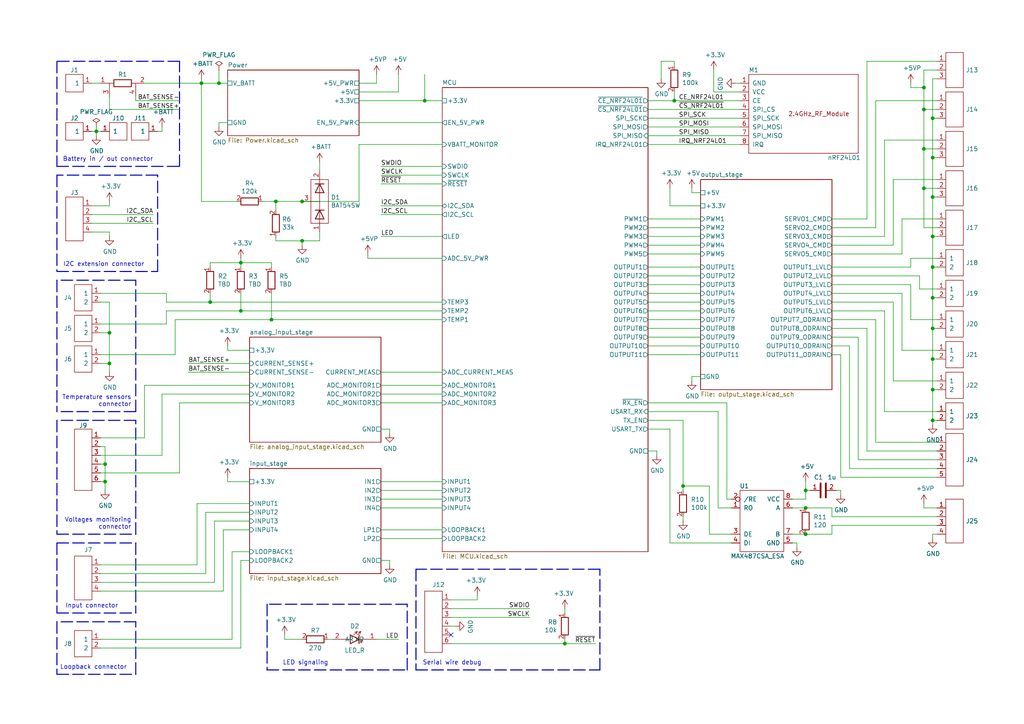
<source format=kicad_sch>
(kicad_sch (version 20211123) (generator eeschema)
  (paper "A4")
  (junction (at 69.85 76.2))
  (junction (at 31.75 96.52))
  (junction (at 267.97 43.18))
  (junction (at 163.83 186.69))
  (junction (at 63.5 24.13))
  (junction (at 78.74 92.71))
  (junction (at 30.48 139.7))
  (junction (at 270.51 113.03))
  (junction (at 27.94 38.1))
  (junction (at 58.42 24.13))
  (junction (at 270.51 77.47))
  (junction (at 87.63 58.42))
  (junction (at 198.12 140.97))
  (junction (at 267.97 54.61))
  (junction (at 270.51 95.25))
  (junction (at 87.63 69.85))
  (junction (at 233.68 142.24))
  (junction (at 267.97 25.4))
  (junction (at 80.01 58.42))
  (junction (at 270.51 121.92))
  (junction (at 30.48 134.62))
  (junction (at 233.68 147.32))
  (junction (at 267.97 31.75))
  (junction (at 123.19 29.21))
  (junction (at 69.85 90.17))
  (junction (at 270.51 57.15))
  (junction (at 270.51 86.36))
  (junction (at 270.51 34.29))
  (junction (at 270.51 104.14))
  (junction (at 270.51 68.58))
  (junction (at 60.96 87.63))
  (junction (at 233.68 154.94))
  (junction (at 270.51 45.72))
  (junction (at 195.58 29.21))
  (junction (at 31.75 105.41))
  (no_connect (at 130.81 184.15))
  (polyline (pts (xy 173.99 165.1) (xy 120.65 165.1)) (stroke (width 0.3048)))
  (wire (pts (xy 132.08 181.61) (xy 130.81 181.61)))
  (wire (pts (xy 29.21 85.09) (xy 48.26 85.09)))
  (wire (pts (xy 187.96 29.21) (xy 195.58 29.21)))
  (wire (pts (xy 191.77 22.86) (xy 191.77 17.78)))
  (polyline (pts (xy 39.37 180.34) (xy 16.51 180.34)) (stroke (width 0.3048)))
  (wire (pts (xy 187.96 39.37) (xy 214.63 39.37)))
  (wire (pts (xy 270.51 95.25) (xy 270.51 86.36)))
  (wire (pts (xy 208.28 119.38) (xy 208.28 147.32)))
  (wire (pts (xy 29.21 185.42) (xy 67.31 185.42)))
  (wire (pts (xy 267.97 31.75) (xy 267.97 25.4)))
  (wire (pts (xy 200.66 54.61) (xy 200.66 55.88)))
  (wire (pts (xy 207.01 26.67) (xy 214.63 26.67)))
  (wire (pts (xy 266.7 83.82) (xy 271.78 83.82)))
  (wire (pts (xy 264.16 74.93) (xy 271.78 74.93)))
  (wire (pts (xy 31.75 96.52) (xy 31.75 87.63)))
  (wire (pts (xy 163.83 186.69) (xy 130.81 186.69)))
  (wire (pts (xy 187.96 87.63) (xy 203.2 87.63)))
  (wire (pts (xy 31.75 31.75) (xy 52.07 31.75)))
  (wire (pts (xy 110.49 144.78) (xy 128.27 144.78)))
  (polyline (pts (xy 16.51 195.58) (xy 39.37 195.58)) (stroke (width 0.3048)))
  (wire (pts (xy 29.21 168.91) (xy 62.23 168.91)))
  (wire (pts (xy 241.3 68.58) (xy 256.54 68.58)))
  (wire (pts (xy 246.38 135.89) (xy 271.78 135.89)))
  (wire (pts (xy 39.37 27.94) (xy 39.37 29.21)))
  (wire (pts (xy 95.25 185.42) (xy 96.52 185.42)))
  (wire (pts (xy 241.3 102.87) (xy 243.84 102.87)))
  (wire (pts (xy 251.46 130.81) (xy 271.78 130.81)))
  (wire (pts (xy 271.78 22.86) (xy 270.51 22.86)))
  (wire (pts (xy 76.2 58.42) (xy 80.01 58.42)))
  (wire (pts (xy 198.12 149.86) (xy 198.12 151.13)))
  (wire (pts (xy 229.87 147.32) (xy 233.68 147.32)))
  (wire (pts (xy 187.96 102.87) (xy 203.2 102.87)))
  (wire (pts (xy 30.48 134.62) (xy 30.48 139.7)))
  (wire (pts (xy 63.5 36.83) (xy 63.5 35.56)))
  (wire (pts (xy 203.2 97.79) (xy 187.96 97.79)))
  (wire (pts (xy 241.3 152.4) (xy 241.3 154.94)))
  (wire (pts (xy 256.54 40.64) (xy 271.78 40.64)))
  (wire (pts (xy 267.97 43.18) (xy 271.78 43.18)))
  (wire (pts (xy 29.21 134.62) (xy 30.48 134.62)))
  (wire (pts (xy 69.85 76.2) (xy 69.85 74.93)))
  (wire (pts (xy 267.97 146.05) (xy 267.97 147.32)))
  (wire (pts (xy 110.49 153.67) (xy 128.27 153.67)))
  (wire (pts (xy 110.49 68.58) (xy 128.27 68.58)))
  (wire (pts (xy 31.75 105.41) (xy 31.75 96.52)))
  (polyline (pts (xy 16.51 154.94) (xy 39.37 154.94)) (stroke (width 0.3048)))
  (wire (pts (xy 248.92 97.79) (xy 248.92 133.35)))
  (wire (pts (xy 187.96 90.17) (xy 203.2 90.17)))
  (wire (pts (xy 29.21 187.96) (xy 69.85 187.96)))
  (wire (pts (xy 110.49 142.24) (xy 128.27 142.24)))
  (wire (pts (xy 72.39 146.05) (xy 57.15 146.05)))
  (wire (pts (xy 48.26 85.09) (xy 48.26 87.63)))
  (wire (pts (xy 30.48 139.7) (xy 30.48 142.24)))
  (wire (pts (xy 271.78 104.14) (xy 270.51 104.14)))
  (wire (pts (xy 187.96 95.25) (xy 203.2 95.25)))
  (wire (pts (xy 264.16 82.55) (xy 264.16 92.71)))
  (wire (pts (xy 31.75 96.52) (xy 29.21 96.52)))
  (wire (pts (xy 62.23 151.13) (xy 62.23 168.91)))
  (wire (pts (xy 264.16 25.4) (xy 267.97 25.4)))
  (wire (pts (xy 207.01 20.32) (xy 207.01 26.67)))
  (wire (pts (xy 110.49 59.69) (xy 128.27 59.69)))
  (wire (pts (xy 109.22 185.42) (xy 115.57 185.42)))
  (wire (pts (xy 104.14 35.56) (xy 128.27 35.56)))
  (wire (pts (xy 187.96 116.84) (xy 210.82 116.84)))
  (wire (pts (xy 63.5 20.32) (xy 63.5 24.13)))
  (wire (pts (xy 52.07 116.84) (xy 52.07 137.16)))
  (wire (pts (xy 110.49 114.3) (xy 128.27 114.3)))
  (wire (pts (xy 187.96 41.91) (xy 214.63 41.91)))
  (polyline (pts (xy 16.51 50.8) (xy 16.51 78.74)) (stroke (width 0.3048)))
  (wire (pts (xy 194.31 124.46) (xy 194.31 157.48)))
  (polyline (pts (xy 39.37 157.48) (xy 39.37 177.8)) (stroke (width 0.3048)))
  (wire (pts (xy 64.77 153.67) (xy 64.77 171.45)))
  (wire (pts (xy 205.74 140.97) (xy 205.74 154.94)))
  (wire (pts (xy 248.92 133.35) (xy 271.78 133.35)))
  (wire (pts (xy 72.39 111.76) (xy 41.91 111.76)))
  (wire (pts (xy 261.62 63.5) (xy 271.78 63.5)))
  (wire (pts (xy 191.77 17.78) (xy 195.58 17.78)))
  (polyline (pts (xy 16.51 17.78) (xy 16.51 48.26)) (stroke (width 0.3048)))
  (wire (pts (xy 195.58 17.78) (xy 195.58 19.05)))
  (wire (pts (xy 104.14 41.91) (xy 128.27 41.91)))
  (wire (pts (xy 138.43 173.99) (xy 138.43 172.72)))
  (wire (pts (xy 29.21 132.08) (xy 46.99 132.08)))
  (wire (pts (xy 198.12 121.92) (xy 198.12 140.97)))
  (wire (pts (xy 267.97 25.4) (xy 267.97 20.32)))
  (wire (pts (xy 261.62 101.6) (xy 271.78 101.6)))
  (polyline (pts (xy 120.65 194.31) (xy 173.99 194.31)) (stroke (width 0.3048)))
  (wire (pts (xy 267.97 147.32) (xy 271.78 147.32)))
  (wire (pts (xy 29.21 139.7) (xy 30.48 139.7)))
  (polyline (pts (xy 39.37 121.92) (xy 16.51 121.92)) (stroke (width 0.3048)))
  (wire (pts (xy 54.61 107.95) (xy 72.39 107.95)))
  (wire (pts (xy 69.85 76.2) (xy 78.74 76.2)))
  (wire (pts (xy 241.3 152.4) (xy 271.78 152.4)))
  (wire (pts (xy 271.78 77.47) (xy 270.51 77.47)))
  (wire (pts (xy 251.46 95.25) (xy 251.46 130.81)))
  (wire (pts (xy 31.75 105.41) (xy 31.75 107.95)))
  (wire (pts (xy 259.08 52.07) (xy 271.78 52.07)))
  (wire (pts (xy 270.51 154.94) (xy 271.78 154.94)))
  (polyline (pts (xy 16.51 177.8) (xy 39.37 177.8)) (stroke (width 0.3048)))
  (wire (pts (xy 266.7 80.01) (xy 266.7 83.82)))
  (wire (pts (xy 270.51 121.92) (xy 270.51 113.03)))
  (wire (pts (xy 29.21 105.41) (xy 31.75 105.41)))
  (wire (pts (xy 264.16 24.13) (xy 264.16 25.4)))
  (wire (pts (xy 231.14 158.75) (xy 231.14 157.48)))
  (wire (pts (xy 241.3 82.55) (xy 264.16 82.55)))
  (polyline (pts (xy 39.37 119.38) (xy 39.37 81.28)) (stroke (width 0.3048)))
  (wire (pts (xy 78.74 85.09) (xy 78.74 92.71)))
  (polyline (pts (xy 16.51 157.48) (xy 39.37 157.48)) (stroke (width 0.3048)))
  (polyline (pts (xy 39.37 154.94) (xy 39.37 121.92)) (stroke (width 0.3048)))
  (wire (pts (xy 270.51 22.86) (xy 270.51 34.29)))
  (wire (pts (xy 58.42 24.13) (xy 58.42 58.42)))
  (wire (pts (xy 264.16 92.71) (xy 271.78 92.71)))
  (wire (pts (xy 110.49 139.7) (xy 128.27 139.7)))
  (wire (pts (xy 80.01 60.96) (xy 80.01 58.42)))
  (wire (pts (xy 69.85 85.09) (xy 69.85 90.17)))
  (wire (pts (xy 80.01 69.85) (xy 87.63 69.85)))
  (wire (pts (xy 254 29.21) (xy 271.78 29.21)))
  (wire (pts (xy 110.49 116.84) (xy 128.27 116.84)))
  (wire (pts (xy 229.87 157.48) (xy 231.14 157.48)))
  (wire (pts (xy 128.27 87.63) (xy 60.96 87.63)))
  (wire (pts (xy 241.3 87.63) (xy 259.08 87.63)))
  (wire (pts (xy 110.49 48.26) (xy 128.27 48.26)))
  (wire (pts (xy 66.04 101.6) (xy 72.39 101.6)))
  (polyline (pts (xy 45.72 50.8) (xy 16.51 50.8)) (stroke (width 0.3048)))
  (wire (pts (xy 270.51 45.72) (xy 270.51 34.29)))
  (wire (pts (xy 110.49 53.34) (xy 128.27 53.34)))
  (wire (pts (xy 267.97 54.61) (xy 271.78 54.61)))
  (wire (pts (xy 241.3 66.04) (xy 254 66.04)))
  (polyline (pts (xy 120.65 165.1) (xy 120.65 194.31)) (stroke (width 0.3048)))
  (polyline (pts (xy 77.47 194.31) (xy 118.11 194.31)) (stroke (width 0.3048)))
  (polyline (pts (xy 16.51 78.74) (xy 45.72 78.74)) (stroke (width 0.3048)))
  (wire (pts (xy 210.82 116.84) (xy 210.82 144.78)))
  (wire (pts (xy 256.54 119.38) (xy 271.78 119.38)))
  (wire (pts (xy 271.78 86.36) (xy 270.51 86.36)))
  (wire (pts (xy 26.67 62.23) (xy 44.45 62.23)))
  (wire (pts (xy 78.74 92.71) (xy 128.27 92.71)))
  (wire (pts (xy 187.96 73.66) (xy 203.2 73.66)))
  (wire (pts (xy 106.68 74.93) (xy 106.68 73.66)))
  (wire (pts (xy 233.68 144.78) (xy 229.87 144.78)))
  (wire (pts (xy 109.22 21.59) (xy 109.22 24.13)))
  (wire (pts (xy 233.68 147.32) (xy 241.3 147.32)))
  (wire (pts (xy 187.96 34.29) (xy 214.63 34.29)))
  (wire (pts (xy 200.66 55.88) (xy 203.2 55.88)))
  (wire (pts (xy 254 128.27) (xy 271.78 128.27)))
  (wire (pts (xy 130.81 176.53) (xy 153.67 176.53)))
  (wire (pts (xy 128.27 74.93) (xy 106.68 74.93)))
  (wire (pts (xy 241.3 71.12) (xy 259.08 71.12)))
  (wire (pts (xy 271.78 57.15) (xy 270.51 57.15)))
  (wire (pts (xy 187.96 119.38) (xy 208.28 119.38)))
  (wire (pts (xy 194.31 59.69) (xy 203.2 59.69)))
  (wire (pts (xy 270.51 34.29) (xy 271.78 34.29)))
  (wire (pts (xy 187.96 63.5) (xy 203.2 63.5)))
  (wire (pts (xy 267.97 20.32) (xy 271.78 20.32)))
  (wire (pts (xy 195.58 29.21) (xy 214.63 29.21)))
  (wire (pts (xy 67.31 160.02) (xy 67.31 185.42)))
  (wire (pts (xy 66.04 138.43) (xy 66.04 139.7)))
  (wire (pts (xy 264.16 74.93) (xy 264.16 77.47)))
  (wire (pts (xy 130.81 179.07) (xy 153.67 179.07)))
  (wire (pts (xy 271.78 68.58) (xy 270.51 68.58)))
  (wire (pts (xy 194.31 157.48) (xy 212.09 157.48)))
  (wire (pts (xy 45.72 38.1) (xy 46.99 38.1)))
  (wire (pts (xy 213.36 24.13) (xy 214.63 24.13)))
  (wire (pts (xy 187.96 130.81) (xy 190.5 130.81)))
  (wire (pts (xy 52.07 116.84) (xy 72.39 116.84)))
  (wire (pts (xy 195.58 26.67) (xy 195.58 29.21)))
  (wire (pts (xy 163.83 185.42) (xy 163.83 186.69)))
  (wire (pts (xy 69.85 90.17) (xy 48.26 90.17)))
  (wire (pts (xy 163.83 186.69) (xy 172.72 186.69)))
  (wire (pts (xy 254 29.21) (xy 254 66.04)))
  (wire (pts (xy 82.55 184.15) (xy 82.55 185.42)))
  (wire (pts (xy 187.96 36.83) (xy 214.63 36.83)))
  (wire (pts (xy 187.96 100.33) (xy 203.2 100.33)))
  (wire (pts (xy 187.96 121.92) (xy 198.12 121.92)))
  (wire (pts (xy 78.74 76.2) (xy 78.74 77.47)))
  (wire (pts (xy 267.97 31.75) (xy 271.78 31.75)))
  (wire (pts (xy 270.51 113.03) (xy 270.51 104.14)))
  (wire (pts (xy 212.09 147.32) (xy 208.28 147.32)))
  (wire (pts (xy 254 92.71) (xy 254 128.27)))
  (wire (pts (xy 29.21 163.83) (xy 57.15 163.83)))
  (wire (pts (xy 270.51 77.47) (xy 270.51 68.58)))
  (polyline (pts (xy 16.51 180.34) (xy 16.51 195.58)) (stroke (width 0.3048)))
  (wire (pts (xy 123.19 21.59) (xy 123.19 29.21)))
  (wire (pts (xy 104.14 29.21) (xy 123.19 29.21)))
  (polyline (pts (xy 39.37 195.58) (xy 39.37 180.34)) (stroke (width 0.3048)))
  (wire (pts (xy 59.69 148.59) (xy 59.69 166.37)))
  (wire (pts (xy 80.01 58.42) (xy 87.63 58.42)))
  (wire (pts (xy 110.49 111.76) (xy 128.27 111.76)))
  (wire (pts (xy 26.67 59.69) (xy 31.75 59.69)))
  (wire (pts (xy 256.54 90.17) (xy 256.54 119.38)))
  (wire (pts (xy 59.69 166.37) (xy 29.21 166.37)))
  (wire (pts (xy 187.96 92.71) (xy 203.2 92.71)))
  (wire (pts (xy 194.31 54.61) (xy 194.31 59.69)))
  (wire (pts (xy 68.58 58.42) (xy 58.42 58.42)))
  (polyline (pts (xy 16.51 81.28) (xy 16.51 119.38)) (stroke (width 0.3048)))
  (wire (pts (xy 92.71 69.85) (xy 92.71 67.31)))
  (wire (pts (xy 200.66 109.22) (xy 200.66 110.49)))
  (wire (pts (xy 29.21 38.1) (xy 27.94 38.1)))
  (wire (pts (xy 271.78 121.92) (xy 270.51 121.92)))
  (wire (pts (xy 110.49 162.56) (xy 113.03 162.56)))
  (wire (pts (xy 203.2 85.09) (xy 187.96 85.09)))
  (wire (pts (xy 82.55 185.42) (xy 87.63 185.42)))
  (wire (pts (xy 50.8 92.71) (xy 78.74 92.71)))
  (wire (pts (xy 203.2 109.22) (xy 200.66 109.22)))
  (wire (pts (xy 270.51 57.15) (xy 270.51 45.72)))
  (wire (pts (xy 29.21 87.63) (xy 31.75 87.63)))
  (wire (pts (xy 87.63 58.42) (xy 104.14 58.42)))
  (wire (pts (xy 241.3 149.86) (xy 241.3 147.32)))
  (wire (pts (xy 104.14 24.13) (xy 109.22 24.13)))
  (wire (pts (xy 267.97 66.04) (xy 267.97 54.61)))
  (wire (pts (xy 110.49 124.46) (xy 113.03 124.46)))
  (wire (pts (xy 241.3 97.79) (xy 248.92 97.79)))
  (wire (pts (xy 69.85 77.47) (xy 69.85 76.2)))
  (wire (pts (xy 48.26 90.17) (xy 48.26 93.98)))
  (wire (pts (xy 72.39 160.02) (xy 67.31 160.02)))
  (wire (pts (xy 187.96 66.04) (xy 203.2 66.04)))
  (polyline (pts (xy 118.11 175.26) (xy 77.47 175.26)) (stroke (width 0.3048)))
  (wire (pts (xy 270.51 156.21) (xy 270.51 154.94)))
  (wire (pts (xy 29.21 137.16) (xy 52.07 137.16)))
  (wire (pts (xy 72.39 162.56) (xy 69.85 162.56)))
  (wire (pts (xy 31.75 27.94) (xy 31.75 31.75)))
  (wire (pts (xy 241.3 85.09) (xy 261.62 85.09)))
  (wire (pts (xy 66.04 100.33) (xy 66.04 101.6)))
  (wire (pts (xy 115.57 26.67) (xy 115.57 21.59)))
  (wire (pts (xy 27.94 38.1) (xy 27.94 39.37)))
  (polyline (pts (xy 39.37 119.38) (xy 16.51 119.38)) (stroke (width 0.3048)))
  (wire (pts (xy 243.84 142.24) (xy 243.84 143.51)))
  (wire (pts (xy 104.14 58.42) (xy 104.14 41.91)))
  (wire (pts (xy 234.95 142.24) (xy 233.68 142.24)))
  (wire (pts (xy 110.49 156.21) (xy 128.27 156.21)))
  (wire (pts (xy 198.12 142.24) (xy 198.12 140.97)))
  (wire (pts (xy 29.21 127) (xy 41.91 127)))
  (wire (pts (xy 241.3 95.25) (xy 251.46 95.25)))
  (wire (pts (xy 60.96 76.2) (xy 69.85 76.2)))
  (wire (pts (xy 261.62 85.09) (xy 261.62 101.6)))
  (wire (pts (xy 63.5 24.13) (xy 66.04 24.13)))
  (wire (pts (xy 259.08 110.49) (xy 271.78 110.49)))
  (wire (pts (xy 62.23 151.13) (xy 72.39 151.13)))
  (wire (pts (xy 256.54 40.64) (xy 256.54 68.58)))
  (polyline (pts (xy 77.47 175.26) (xy 77.47 194.31)) (stroke (width 0.3048)))
  (polyline (pts (xy 118.11 194.31) (xy 118.11 175.26)) (stroke (width 0.3048)))
  (wire (pts (xy 29.21 102.87) (xy 50.8 102.87)))
  (wire (pts (xy 26.67 24.13) (xy 29.21 24.13)))
  (wire (pts (xy 54.61 105.41) (xy 72.39 105.41)))
  (polyline (pts (xy 173.99 194.31) (xy 173.99 165.1)) (stroke (width 0.3048)))
  (wire (pts (xy 271.78 113.03) (xy 270.51 113.03)))
  (wire (pts (xy 128.27 90.17) (xy 69.85 90.17)))
  (wire (pts (xy 246.38 100.33) (xy 246.38 135.89)))
  (polyline (pts (xy 16.51 48.26) (xy 52.07 48.26)) (stroke (width 0.3048)))
  (wire (pts (xy 87.63 69.85) (xy 92.71 69.85)))
  (wire (pts (xy 187.96 82.55) (xy 203.2 82.55)))
  (wire (pts (xy 57.15 163.83) (xy 57.15 146.05)))
  (wire (pts (xy 205.74 154.94) (xy 212.09 154.94)))
  (wire (pts (xy 241.3 80.01) (xy 266.7 80.01)))
  (wire (pts (xy 27.94 36.83) (xy 27.94 38.1)))
  (polyline (pts (xy 16.51 157.48) (xy 16.51 177.8)) (stroke (width 0.3048)))
  (wire (pts (xy 270.51 123.19) (xy 270.51 121.92)))
  (wire (pts (xy 60.96 87.63) (xy 48.26 87.63)))
  (polyline (pts (xy 39.37 81.28) (xy 16.51 81.28)) (stroke (width 0.3048)))
  (wire (pts (xy 251.46 17.78) (xy 251.46 63.5)))
  (wire (pts (xy 110.49 147.32) (xy 128.27 147.32)))
  (wire (pts (xy 198.12 140.97) (xy 205.74 140.97)))
  (wire (pts (xy 233.68 139.7) (xy 233.68 142.24)))
  (wire (pts (xy 58.42 22.86) (xy 58.42 24.13)))
  (wire (pts (xy 46.99 114.3) (xy 46.99 132.08)))
  (wire (pts (xy 210.82 144.78) (xy 212.09 144.78)))
  (wire (pts (xy 72.39 148.59) (xy 59.69 148.59)))
  (polyline (pts (xy 45.72 78.74) (xy 45.72 50.8)) (stroke (width 0.3048)))
  (wire (pts (xy 233.68 154.94) (xy 241.3 154.94)))
  (wire (pts (xy 87.63 71.12) (xy 87.63 69.85)))
  (wire (pts (xy 39.37 29.21) (xy 52.07 29.21)))
  (wire (pts (xy 66.04 139.7) (xy 72.39 139.7)))
  (wire (pts (xy 63.5 35.56) (xy 66.04 35.56)))
  (wire (pts (xy 29.21 129.54) (xy 30.48 129.54)))
  (wire (pts (xy 41.91 111.76) (xy 41.91 127)))
  (wire (pts (xy 163.83 176.53) (xy 163.83 177.8)))
  (wire (pts (xy 233.68 142.24) (xy 233.68 144.78)))
  (polyline (pts (xy 16.51 121.92) (xy 16.51 154.94)) (stroke (width 0.3048)))
  (wire (pts (xy 259.08 71.12) (xy 259.08 52.07)))
  (wire (pts (xy 92.71 46.99) (xy 92.71 49.53)))
  (wire (pts (xy 271.78 95.25) (xy 270.51 95.25)))
  (polyline (pts (xy 52.07 48.26) (xy 52.07 17.78)) (stroke (width 0.3048)))
  (wire (pts (xy 267.97 43.18) (xy 267.97 31.75)))
  (wire (pts (xy 187.96 68.58) (xy 203.2 68.58)))
  (wire (pts (xy 251.46 17.78) (xy 271.78 17.78)))
  (wire (pts (xy 271.78 138.43) (xy 243.84 138.43)))
  (wire (pts (xy 187.96 124.46) (xy 194.31 124.46)))
  (wire (pts (xy 104.14 26.67) (xy 115.57 26.67)))
  (wire (pts (xy 26.67 67.31) (xy 31.75 67.31)))
  (wire (pts (xy 110.49 62.23) (xy 128.27 62.23)))
  (wire (pts (xy 241.3 77.47) (xy 264.16 77.47)))
  (wire (pts (xy 123.19 29.21) (xy 128.27 29.21)))
  (wire (pts (xy 29.21 93.98) (xy 48.26 93.98)))
  (wire (pts (xy 31.75 59.69) (xy 31.75 58.42)))
  (wire (pts (xy 241.3 92.71) (xy 254 92.71)))
  (wire (pts (xy 41.91 24.13) (xy 58.42 24.13)))
  (wire (pts (xy 259.08 87.63) (xy 259.08 110.49)))
  (wire (pts (xy 60.96 85.09) (xy 60.96 87.63)))
  (wire (pts (xy 267.97 66.04) (xy 271.78 66.04)))
  (wire (pts (xy 261.62 63.5) (xy 261.62 73.66)))
  (wire (pts (xy 242.57 142.24) (xy 243.84 142.24)))
  (wire (pts (xy 110.49 50.8) (xy 128.27 50.8)))
  (wire (pts (xy 243.84 102.87) (xy 243.84 138.43)))
  (wire (pts (xy 46.99 38.1) (xy 46.99 36.83)))
  (wire (pts (xy 229.87 154.94) (xy 233.68 154.94)))
  (wire (pts (xy 72.39 153.67) (xy 64.77 153.67)))
  (wire (pts (xy 203.2 71.12) (xy 187.96 71.12)))
  (wire (pts (xy 110.49 107.95) (xy 128.27 107.95)))
  (wire (pts (xy 113.03 162.56) (xy 113.03 163.83)))
  (wire (pts (xy 31.75 67.31) (xy 31.75 68.58)))
  (wire (pts (xy 26.67 38.1) (xy 27.94 38.1)))
  (wire (pts (xy 58.42 24.13) (xy 63.5 24.13)))
  (wire (pts (xy 113.03 124.46) (xy 113.03 125.73)))
  (wire (pts (xy 130.81 173.99) (xy 138.43 173.99)))
  (wire (pts (xy 270.51 86.36) (xy 270.51 77.47)))
  (wire (pts (xy 60.96 77.47) (xy 60.96 76.2)))
  (wire (pts (xy 187.96 31.75) (xy 214.63 31.75)))
  (wire (pts (xy 241.3 100.33) (xy 246.38 100.33)))
  (wire (pts (xy 187.96 77.47) (xy 203.2 77.47)))
  (wire (pts (xy 30.48 129.54) (xy 30.48 134.62)))
  (wire (pts (xy 187.96 80.01) (xy 203.2 80.01)))
  (wire (pts (xy 241.3 63.5) (xy 251.46 63.5)))
  (wire (pts (xy 267.97 54.61) (xy 267.97 43.18)))
  (wire (pts (xy 64.77 171.45) (xy 29.21 171.45)))
  (wire (pts (xy 80.01 68.58) (xy 80.01 69.85)))
  (wire (pts (xy 26.67 64.77) (xy 44.45 64.77)))
  (polyline (pts (xy 52.07 17.78) (xy 16.51 17.78)) (stroke (width 0.3048)))
  (wire (pts (xy 270.51 68.58) (xy 270.51 57.15)))
  (wire (pts (xy 241.3 90.17) (xy 256.54 90.17)))
  (wire (pts (xy 46.99 114.3) (xy 72.39 114.3)))
  (wire (pts (xy 271.78 45.72) (xy 270.51 45.72)))
  (wire (pts (xy 69.85 162.56) (xy 69.85 187.96)))
  (wire (pts (xy 270.51 104.14) (xy 270.51 95.25)))
  (wire (pts (xy 50.8 102.87) (xy 50.8 92.71)))
  (wire (pts (xy 241.3 73.66) (xy 261.62 73.66)))
  (wire (pts (xy 190.5 130.81) (xy 190.5 132.08)))
  (wire (pts (xy 241.3 149.86) (xy 271.78 149.86)))
  (text "Input connector" (at 34.29 176.53 180) (effects (font (size 1.27 1.27)) (justify right bottom)))
  (text "LED signaling" (at 95.25 193.04 180) (effects (font (size 1.27 1.27)) (justify right bottom)))
  (text "Battery in / out connector" (at 44.45 46.99 180) (effects (font (size 1.27 1.27)) (justify right bottom)))
  (text "I2C extension connector" (at 41.91 77.47 180) (effects (font (size 1.27 1.27)) (justify right bottom)))
  (text "Serial wire debug" (at 139.7 193.04 180) (effects (font (size 1.27 1.27)) (justify right bottom)))
  (text "Voltages monitoring\nconnector" (at 38.1 153.67 180) (effects (font (size 1.27 1.27)) (justify right bottom)))
  (text "Temperature sensors\nconnector" (at 38.1 118.11 180) (effects (font (size 1.27 1.27)) (justify right bottom)))
  (text "Loopback connector" (at 36.83 194.31 180) (effects (font (size 1.27 1.27)) (justify right bottom)))
  (label "IRQ_NRF24L01" (at 196.85 41.91 0))
  (label "BAT_SENSE+" (at 52.07 31.75 180))
  (label "I2C_SCL" (at 110.49 62.23 0))
  (label "I2C_SDA" (at 44.45 62.23 180))
  (label "SWCLK" (at 110.49 50.8 0))
  (label "~{RESET}" (at 172.72 186.69 180))
  (label "SWCLK" (at 153.67 179.07 180))
  (label "SWDIO" (at 153.67 176.53 180))
  (label "LED" (at 115.57 185.42 180))
  (label "BAT_SENSE-" (at 52.07 29.21 180))
  (label "SWDIO" (at 110.49 48.26 0))
  (label "SPI_MOSI" (at 196.85 36.83 0))
  (label "I2C_SCL" (at 44.45 64.77 180))
  (label "~{RESET}" (at 110.49 53.34 0))
  (label "SPI_SCK" (at 196.85 34.29 0))
  (label "CE_NRF24L01" (at 196.85 29.21 0))
  (label "BAT_SENSE-" (at 54.61 107.95 0))
  (label "SPI_MISO" (at 196.85 39.37 0))
  (label "~{CS_NRF24L01}" (at 196.85 31.75 0))
  (label "BAT_SENSE+" (at 54.61 105.41 0))
  (label "LED" (at 110.49 68.58 0))
  (label "I2C_SDA" (at 110.49 59.69 0))
  (symbol (lib_id "p_Modules:nRF24L01") (at 214.63 24.13 0) (unit 1)
    (property "Reference" "M1" (at 217.17 20.32 0) (effects (justify left)))
    (property "Value" "nRF24L01" (at 240.03 45.72 0) (effects (justify left)))
    (property "Footprint" "p_Package_Modules:nRF24L01_Breakout" (effects hide))
    (property "Datasheet" "${KI_PERSO_COMPLIB}/datasheets/p_Modules/nRF24L01.pdf" (effects hide))
  )
  (symbol (lib_id "power:+3.3V") (at 207.01 20.32 0) (unit 1)
    (property "Reference" "#PWR029" (effects hide))
    (property "Value" "+3.3V" (at 207.391 15.9258 0))
  )
  (symbol (lib_id "power:GND") (at 213.36 24.13 270) (unit 1)
    (property "Reference" "#PWR030" (effects hide))
    (property "Value" "GND" (at 208.9658 24.257 0))
  )
  (symbol (lib_id "p_Misc:Conn_HE13_1x6_2.54H") (at 130.81 173.99 0) (mirror y) (unit 1)
    (property "Reference" "J12" (at 127.2032 169.5958 0))
    (property "Value" "Conn_HE13_1x6_2.54H" (effects hide))
    (property "Footprint" "p_Package_Misc:PinHeader_1x06_P2.54mm_Horizontal" (effects hide))
  )
  (symbol (lib_id "power:+3.3V") (at 138.43 172.72 0) (mirror y) (unit 1)
    (property "Reference" "#PWR021" (effects hide))
    (property "Value" "+3.3V" (at 138.049 168.3258 0))
  )
  (symbol (lib_id "p_Passive:R_0603") (at 163.83 181.61 0) (mirror y) (unit 1)
    (property "Reference" "R8" (at 161.5948 180.4416 0) (effects (justify left)))
    (property "Value" "10k" (at 161.5948 182.753 0) (effects (justify left)))
    (property "Footprint" "p_Package_Resistor_SMD:R_0603_1608Metric_Pad0.98x0.95mm_HandSolder" (effects hide))
  )
  (symbol (lib_id "power:+3.3V") (at 163.83 176.53 0) (mirror y) (unit 1)
    (property "Reference" "#PWR022" (effects hide))
    (property "Value" "+3.3V" (at 163.449 172.1358 0))
  )
  (symbol (lib_id "power:GND") (at 132.08 181.61 90) (mirror x) (unit 1)
    (property "Reference" "#PWR020" (effects hide))
    (property "Value" "GND" (at 136.4742 181.737 0))
  )
  (symbol (lib_id "p_Misc:Conn_HE13_1x1_5.08V") (at 24.13 24.13 180) (unit 1)
    (property "Reference" "J1" (at 21.59 20.32 0))
    (property "Value" "Conn_HE13_1x1_5.08V" (effects hide))
    (property "Footprint" "p_Package_Misc:PinHeader_1x01_P5.08mm_Vertical" (effects hide))
  )
  (symbol (lib_id "p_Misc:Conn_HE13_1x1_5.08V") (at 24.13 38.1 180) (unit 1)
    (property "Reference" "J2" (at 21.59 34.29 0))
    (property "Value" "Conn_HE13_1x1_5.08V" (effects hide))
    (property "Footprint" "p_Package_Misc:PinHeader_1x01_P5.08mm_Vertical" (effects hide))
  )
  (symbol (lib_id "power:GND") (at 27.94 39.37 0) (unit 1)
    (property "Reference" "#PWR01" (effects hide))
    (property "Value" "GND" (at 28.067 43.7642 0))
  )
  (symbol (lib_id "power:+5VP") (at 267.97 146.05 0) (unit 1)
    (property "Reference" "#PWR035" (effects hide))
    (property "Value" "+5VP" (at 268.351 141.6558 0))
  )
  (symbol (lib_id "power:PWR_FLAG") (at 63.5 20.32 0) (unit 1)
    (property "Reference" "#FLG01" (effects hide))
    (property "Value" "PWR_FLAG" (at 63.5 15.9258 0))
  )
  (symbol (lib_id "p_Misc:Conn_HE13_1x1_5.08V") (at 43.18 38.1 180) (unit 1)
    (property "Reference" "J11" (at 40.64 34.29 0))
    (property "Value" "Conn_HE13_1x1_5.08V" (effects hide))
    (property "Footprint" "p_Package_Misc:PinHeader_1x01_P5.08mm_Vertical" (effects hide))
  )
  (symbol (lib_id "power:+BATT") (at 46.99 36.83 0) (unit 1)
    (property "Reference" "#PWR06" (effects hide))
    (property "Value" "+BATT" (at 47.371 32.4358 0))
  )
  (symbol (lib_id "p_Diode:BAT54SW") (at 92.71 58.42 0) (unit 1)
    (property "Reference" "D1" (at 95.9612 57.2516 0) (effects (justify left)))
    (property "Value" "BAT54SW" (at 95.9612 59.563 0) (effects (justify left)))
    (property "Footprint" "p_Package_SOT:SOT-323" (effects hide))
    (property "Datasheet" "${KI_PERSO_COMPLIB}/datasheets/p_Diode/BAT54SWT.pdf" (effects hide))
  )
  (symbol (lib_id "p_Passive:R_0603") (at 72.39 58.42 270) (unit 1)
    (property "Reference" "R4" (at 72.39 53.1622 90))
    (property "Value" "120k" (at 72.39 55.4736 90))
    (property "Footprint" "p_Package_Resistor_SMD:R_0603_1608Metric_Pad0.98x0.95mm_HandSolder" (effects hide))
  )
  (symbol (lib_id "p_Passive:R_0603") (at 80.01 64.77 180) (unit 1)
    (property "Reference" "R6" (at 81.788 63.6016 0) (effects (justify right)))
    (property "Value" "33k" (at 81.788 65.913 0) (effects (justify right)))
    (property "Footprint" "p_Package_Resistor_SMD:R_0603_1608Metric_Pad0.98x0.95mm_HandSolder" (effects hide))
  )
  (symbol (lib_id "power:+BATT") (at 92.71 46.99 0) (unit 1)
    (property "Reference" "#PWR014" (effects hide))
    (property "Value" "+BATT" (at 93.091 42.5958 0))
  )
  (symbol (lib_id "power:GND") (at 87.63 71.12 0) (unit 1)
    (property "Reference" "#PWR013" (effects hide))
    (property "Value" "GND" (at 87.757 75.5142 0))
  )
  (symbol (lib_id "power:+BATT") (at 58.42 22.86 0) (unit 1)
    (property "Reference" "#PWR07" (effects hide))
    (property "Value" "+BATT" (at 58.801 18.4658 0))
  )
  (symbol (lib_id "p_Misc:Conn_HE13_1x4_2.54V") (at 24.13 63.5 0) (mirror y) (unit 1)
    (property "Reference" "J3" (at 21.59 55.88 0))
    (property "Value" "Conn_HE13_1x4_2.54V" (effects hide))
    (property "Footprint" "p_Package_Misc:PinHeader_1x04_P2.54mm_Vertical" (effects hide))
  )
  (symbol (lib_id "power:GND") (at 31.75 68.58 0) (unit 1)
    (property "Reference" "#PWR04" (effects hide))
    (property "Value" "GND" (at 31.877 72.9742 0))
  )
  (symbol (lib_id "power:+3.3V") (at 31.75 58.42 0) (unit 1)
    (property "Reference" "#PWR03" (effects hide))
    (property "Value" "+3.3V" (at 32.131 54.0258 0))
  )
  (symbol (lib_id "p_Diode:LED_R") (at 102.87 185.42 0) (unit 1)
    (property "Reference" "D2" (at 102.87 181.61 0))
    (property "Value" "LED_R" (at 102.87 188.6204 0))
    (property "Footprint" "p_Package_Diode_SMD:LED_0603_1608Metric" (effects hide))
  )
  (symbol (lib_id "p_Passive:R_0603") (at 91.44 185.42 270) (unit 1)
    (property "Reference" "R7" (at 91.44 182.88 90))
    (property "Value" "270" (at 91.44 187.96 90))
    (property "Footprint" "p_Package_Resistor_SMD:R_0603_1608Metric_Pad0.98x0.95mm_HandSolder" (effects hide))
  )
  (symbol (lib_id "power:+3.3V") (at 82.55 184.15 0) (unit 1)
    (property "Reference" "#PWR012" (effects hide))
    (property "Value" "+3.3V" (at 82.931 179.7558 0))
  )
  (symbol (lib_id "power:+3.3V") (at 69.85 74.93 0) (unit 1)
    (property "Reference" "#PWR011" (effects hide))
    (property "Value" "+3.3V" (at 70.231 70.5358 0))
  )
  (symbol (lib_id "power:+5V") (at 200.66 54.61 0) (unit 1)
    (property "Reference" "#PWR027" (effects hide))
    (property "Value" "+5V" (at 201.041 50.2158 0))
  )
  (symbol (lib_id "power:+3.3V") (at 194.31 54.61 0) (unit 1)
    (property "Reference" "#PWR025" (effects hide))
    (property "Value" "+3.3V" (at 194.691 50.2158 0))
  )
  (symbol (lib_id "p_Misc:Conn_HE13_1x3_2.54V") (at 274.32 31.75 0) (unit 1)
    (property "Reference" "J14" (at 280.1112 31.75 0) (effects (justify left)))
    (property "Value" "Conn_HE13_1x3_2.54V" (effects hide))
    (property "Footprint" "p_Package_Misc:PinHeader_1x03_P2.54mm_Vertical" (effects hide))
  )
  (symbol (lib_id "p_Misc:Conn_HE13_1x3_2.54V") (at 274.32 43.18 0) (unit 1)
    (property "Reference" "J15" (at 280.1112 43.18 0) (effects (justify left)))
    (property "Value" "Conn_HE13_1x3_2.54V" (effects hide))
    (property "Footprint" "p_Package_Misc:PinHeader_1x03_P2.54mm_Vertical" (effects hide))
  )
  (symbol (lib_id "p_Misc:Conn_HE13_1x3_2.54V") (at 274.32 54.61 0) (unit 1)
    (property "Reference" "J16" (at 280.1112 54.61 0) (effects (justify left)))
    (property "Value" "Conn_HE13_1x3_2.54V" (effects hide))
    (property "Footprint" "p_Package_Misc:PinHeader_1x03_P2.54mm_Vertical" (effects hide))
  )
  (symbol (lib_id "p_Misc:Conn_HE13_1x3_2.54V") (at 274.32 66.04 0) (unit 1)
    (property "Reference" "J17" (at 280.1112 66.04 0) (effects (justify left)))
    (property "Value" "Conn_HE13_1x3_2.54V" (effects hide))
    (property "Footprint" "p_Package_Misc:PinHeader_1x03_P2.54mm_Vertical" (effects hide))
  )
  (symbol (lib_id "p_Passive:R_0603") (at 198.12 146.05 0) (unit 1)
    (property "Reference" "R10" (at 200.3552 144.8816 0) (effects (justify left)))
    (property "Value" "100k" (at 200.3552 147.193 0) (effects (justify left)))
    (property "Footprint" "p_Package_Resistor_SMD:R_0603_1608Metric_Pad0.98x0.95mm_HandSolder" (effects hide))
  )
  (symbol (lib_id "p_Misc:Conn_HE13_1x3_2.54V") (at 274.32 20.32 0) (unit 1)
    (property "Reference" "J13" (at 280.1112 20.32 0) (effects (justify left)))
    (property "Value" "Conn_HE13_1x3_2.54V" (effects hide))
    (property "Footprint" "p_Package_Misc:PinHeader_1x03_P2.54mm_Vertical" (effects hide))
  )
  (symbol (lib_id "power:GND") (at 270.51 156.21 0) (unit 1)
    (property "Reference" "#PWR037" (effects hide))
    (property "Value" "GND" (at 270.637 160.6042 0))
  )
  (symbol (lib_id "p_Misc:Conn_HE13_1x4_2.54V") (at 274.32 151.13 0) (unit 1)
    (property "Reference" "J25" (at 280.1112 151.13 0) (effects (justify left)))
    (property "Value" "Conn_HE13_1x4_2.54V" (effects hide))
    (property "Footprint" "p_Package_Misc:PinHeader_1x04_P2.54mm_Vertical" (effects hide))
  )
  (symbol (lib_id "p_Passive:R_0603") (at 233.68 151.13 0) (unit 1)
    (property "Reference" "R11" (at 235.9152 149.9616 0) (effects (justify left)))
    (property "Value" "120" (at 235.9152 152.273 0) (effects (justify left)))
    (property "Footprint" "p_Package_Resistor_SMD:R_0603_1608Metric_Pad0.98x0.95mm_HandSolder" (effects hide))
  )
  (symbol (lib_id "power:GND") (at 231.14 158.75 0) (unit 1)
    (property "Reference" "#PWR031" (effects hide))
    (property "Value" "GND" (at 231.267 163.1442 0))
  )
  (symbol (lib_id "power:+5V") (at 233.68 139.7 0) (unit 1)
    (property "Reference" "#PWR032" (effects hide))
    (property "Value" "+5V" (at 234.061 135.3058 0))
  )
  (symbol (lib_id "power:GND") (at 243.84 143.51 0) (unit 1)
    (property "Reference" "#PWR033" (effects hide))
    (property "Value" "GND" (at 243.967 147.9042 0))
  )
  (symbol (lib_id "p_Passive:C_0603") (at 238.76 142.24 90) (unit 1)
    (property "Reference" "C1" (at 238.76 138.43 90) (effects (justify left)))
    (property "Value" "1u" (at 242.57 138.43 90) (effects (justify left)))
    (property "Footprint" "p_Package_Capacitor_SMD:C_0603_1608Metric_Pad1.08x0.95mm_HandSolder" (effects hide))
  )
  (symbol (lib_id "p_Driver_IC:MAX487CSA_ESA") (at 220.98 151.13 0) (unit 1)
    (property "Reference" "U1" (at 215.9 140.97 0))
    (property "Value" "MAX487CSA_ESA" (at 219.71 161.29 0))
    (property "Footprint" "p_Package_SO:SOIC-8_3.9x4.9mm_P1.27mm" (effects hide))
    (property "Datasheet" "${KI_PERSO_COMPLIB}/datasheets/p_Driver_IC/MAX488.pdf" (effects hide))
  )
  (symbol (lib_id "p_Passive:R_0603") (at 195.58 22.86 0) (unit 1)
    (property "Reference" "R9" (at 197.8152 21.6916 0) (effects (justify left)))
    (property "Value" "100k" (at 197.8152 24.003 0) (effects (justify left)))
    (property "Footprint" "p_Package_Resistor_SMD:R_0603_1608Metric_Pad0.98x0.95mm_HandSolder" (effects hide))
  )
  (symbol (lib_id "power:GND") (at 191.77 22.86 0) (unit 1)
    (property "Reference" "#PWR024" (effects hide))
    (property "Value" "GND" (at 191.897 27.2542 0))
  )
  (symbol (lib_id "p_Misc:Conn_HE13_1x2_2.54V") (at 274.32 76.2 0) (unit 1)
    (property "Reference" "J18" (at 280.1112 76.2 0) (effects (justify left)))
    (property "Value" "Conn_HE13_1x2_2.54V" (effects hide))
    (property "Footprint" "p_Package_Misc:PinHeader_1x02_P2.54mm_Vertical" (effects hide))
  )
  (symbol (lib_id "p_Misc:Conn_HE13_1x2_2.54V") (at 274.32 85.09 0) (unit 1)
    (property "Reference" "J19" (at 280.1112 85.09 0) (effects (justify left)))
    (property "Value" "Conn_HE13_1x2_2.54V" (effects hide))
    (property "Footprint" "p_Package_Misc:PinHeader_1x02_P2.54mm_Vertical" (effects hide))
  )
  (symbol (lib_id "p_Misc:Conn_HE13_1x2_2.54V") (at 274.32 93.98 0) (unit 1)
    (property "Reference" "J20" (at 280.1112 93.98 0) (effects (justify left)))
    (property "Value" "Conn_HE13_1x2_2.54V" (effects hide))
    (property "Footprint" "p_Package_Misc:PinHeader_1x02_P2.54mm_Vertical" (effects hide))
  )
  (symbol (lib_id "p_Misc:Conn_HE13_1x2_2.54V") (at 274.32 102.87 0) (unit 1)
    (property "Reference" "J21" (at 280.1112 102.87 0) (effects (justify left)))
    (property "Value" "Conn_HE13_1x2_2.54V" (effects hide))
    (property "Footprint" "p_Package_Misc:PinHeader_1x02_P2.54mm_Vertical" (effects hide))
  )
  (symbol (lib_id "p_Misc:Conn_HE13_1x2_2.54V") (at 274.32 111.76 0) (unit 1)
    (property "Reference" "J22" (at 280.1112 111.76 0) (effects (justify left)))
    (property "Value" "Conn_HE13_1x2_2.54V" (effects hide))
    (property "Footprint" "p_Package_Misc:PinHeader_1x02_P2.54mm_Vertical" (effects hide))
  )
  (symbol (lib_id "p_Misc:Conn_HE13_1x2_2.54V") (at 274.32 120.65 0) (unit 1)
    (property "Reference" "J23" (at 280.1112 120.65 0) (effects (justify left)))
    (property "Value" "Conn_HE13_1x2_2.54V" (effects hide))
    (property "Footprint" "p_Package_Misc:PinHeader_1x02_P2.54mm_Vertical" (effects hide))
  )
  (symbol (lib_id "p_Misc:Conn_HE13_1x5_2.54V") (at 274.32 133.35 0) (unit 1)
    (property "Reference" "J24" (at 280.1112 133.35 0) (effects (justify left)))
    (property "Value" "Conn_HE13_1x5_2.54V" (effects hide))
    (property "Footprint" "p_Package_Misc:PinHeader_1x05_P2.54mm_Vertical" (effects hide))
  )
  (symbol (lib_id "power:GND") (at 198.12 151.13 0) (unit 1)
    (property "Reference" "#PWR026" (effects hide))
    (property "Value" "GND" (at 198.247 155.5242 0))
  )
  (symbol (lib_id "power:GND") (at 63.5 36.83 0) (unit 1)
    (property "Reference" "#PWR08" (effects hide))
    (property "Value" "GND" (at 63.627 41.2242 0))
  )
  (symbol (lib_id "power:+5VP") (at 109.22 21.59 0) (unit 1)
    (property "Reference" "#PWR016" (effects hide))
    (property "Value" "+5VP" (at 109.601 17.1958 0))
  )
  (symbol (lib_id "power:+5VP") (at 264.16 24.13 0) (unit 1)
    (property "Reference" "#PWR034" (effects hide))
    (property "Value" "+5VP" (at 264.541 19.7358 0))
  )
  (symbol (lib_id "power:GND") (at 270.51 123.19 0) (unit 1)
    (property "Reference" "#PWR036" (effects hide))
    (property "Value" "GND" (at 270.637 127.5842 0))
  )
  (symbol (lib_id "power:+5V") (at 115.57 21.59 0) (unit 1)
    (property "Reference" "#PWR019" (effects hide))
    (property "Value" "+5V" (at 115.951 17.1958 0))
  )
  (symbol (lib_id "power:+5VP") (at 106.68 73.66 0) (unit 1)
    (property "Reference" "#PWR015" (effects hide))
    (property "Value" "+5VP" (at 107.061 69.2658 0))
  )
  (symbol (lib_id "p_Passive:R_shunt_2512") (at 35.56 24.13 90) (unit 1)
    (property "Reference" "R1" (at 35.56 21.59 90))
    (property "Value" "R_shunt_2512" (effects hide))
    (property "Footprint" "p_Package_Resistor_SMD:R_2512_6332Metric_shunt" (effects hide))
  )
  (symbol (lib_id "p_Misc:Conn_HE13_1x1_5.08V") (at 31.75 38.1 0) (mirror x) (unit 1)
    (property "Reference" "J10" (at 34.29 34.29 0))
    (property "Value" "Conn_HE13_1x1_5.08V" (effects hide))
    (property "Footprint" "p_Package_Misc:PinHeader_1x01_P5.08mm_Vertical" (effects hide))
  )
  (symbol (lib_id "p_Misc:Conn_HE13_1x2_2.54V") (at 26.67 86.36 0) (mirror y) (unit 1)
    (property "Reference" "J4" (at 20.8788 86.36 0) (effects (justify left)))
    (property "Value" "Conn_HE13_1x2_2.54V" (effects hide))
    (property "Footprint" "p_Package_Misc:PinHeader_1x02_P2.54mm_Vertical" (effects hide))
  )
  (symbol (lib_id "p_Misc:Conn_HE13_1x2_2.54V") (at 26.67 95.25 0) (mirror y) (unit 1)
    (property "Reference" "J5" (at 20.8788 95.25 0) (effects (justify left)))
    (property "Value" "Conn_HE13_1x2_2.54V" (effects hide))
    (property "Footprint" "p_Package_Misc:PinHeader_1x02_P2.54mm_Vertical" (effects hide))
  )
  (symbol (lib_id "p_Misc:Conn_HE13_1x2_2.54V") (at 26.67 104.14 0) (mirror y) (unit 1)
    (property "Reference" "J6" (at 20.8788 104.14 0) (effects (justify left)))
    (property "Value" "Conn_HE13_1x2_2.54V" (effects hide))
    (property "Footprint" "p_Package_Misc:PinHeader_1x02_P2.54mm_Vertical" (effects hide))
  )
  (symbol (lib_id "power:GND") (at 31.75 107.95 0) (unit 1)
    (property "Reference" "#PWR05" (effects hide))
    (property "Value" "GND" (at 31.877 112.3442 0))
  )
  (symbol (lib_id "p_Misc:Conn_HE13_1x4_2.54V") (at 26.67 167.64 0) (mirror y) (unit 1)
    (property "Reference" "J7" (at 25.6032 159.4358 0))
    (property "Value" "Conn_HE13_1x4_2.54V" (effects hide))
    (property "Footprint" "p_Package_Misc:PinHeader_1x04_P2.54mm_Vertical" (effects hide))
  )
  (symbol (lib_id "p_Misc:Conn_HE13_1x2_2.54V") (at 26.67 186.69 0) (mirror y) (unit 1)
    (property "Reference" "J8" (at 20.8788 186.69 0) (effects (justify left)))
    (property "Value" "Conn_HE13_1x2_2.54V" (effects hide))
    (property "Footprint" "p_Package_Misc:PinHeader_1x02_P2.54mm_Vertical" (effects hide))
  )
  (symbol (lib_id "power:+3.3V") (at 66.04 138.43 0) (unit 1)
    (property "Reference" "#PWR010" (effects hide))
    (property "Value" "+3.3V" (at 66.421 134.0358 0))
  )
  (symbol (lib_id "power:GND") (at 113.03 163.83 0) (unit 1)
    (property "Reference" "#PWR018" (effects hide))
    (property "Value" "GND" (at 113.157 168.2242 0))
  )
  (symbol (lib_id "power:GND") (at 200.66 110.49 0) (unit 1)
    (property "Reference" "#PWR028" (effects hide))
    (property "Value" "GND" (at 200.787 114.8842 0))
  )
  (symbol (lib_id "power:GND") (at 190.5 132.08 0) (unit 1)
    (property "Reference" "#PWR023" (effects hide))
    (property "Value" "GND" (at 190.627 136.4742 0))
  )
  (symbol (lib_id "power:GND") (at 113.03 125.73 0) (unit 1)
    (property "Reference" "#PWR017" (effects hide))
    (property "Value" "GND" (at 113.157 130.1242 0))
  )
  (symbol (lib_id "power:+3.3V") (at 66.04 100.33 0) (unit 1)
    (property "Reference" "#PWR09" (effects hide))
    (property "Value" "+3.3V" (at 66.421 95.9358 0))
  )
  (symbol (lib_id "power:GND") (at 30.48 142.24 0) (unit 1)
    (property "Reference" "#PWR02" (effects hide))
    (property "Value" "GND" (at 30.607 146.6342 0))
  )
  (symbol (lib_id "p_Passive:R_0603") (at 60.96 81.28 0) (unit 1)
    (property "Reference" "R2" (at 63.1952 80.1116 0) (effects (justify left)))
    (property "Value" "TBD" (at 63.1952 82.423 0) (effects (justify left)))
    (property "Footprint" "p_Package_Resistor_SMD:R_0603_1608Metric_Pad0.98x0.95mm_HandSolder" (effects hide))
  )
  (symbol (lib_id "power:PWR_FLAG") (at 27.94 36.83 0) (unit 1)
    (property "Reference" "#FLG0101" (effects hide))
    (property "Value" "PWR_FLAG" (at 27.94 32.4358 0))
  )
  (symbol (lib_id "p_Misc:Conn_HE13_1x6_2.54H") (at 29.21 127 0) (mirror y) (unit 1)
    (property "Reference" "J9" (at 24.13 123.4242 0))
    (property "Value" "Conn_HE13_1x6_2.54H" (effects hide))
    (property "Footprint" "p_Package_Misc:PinHeader_1x06_P2.54mm_Horizontal" (effects hide))
  )
  (symbol (lib_id "p_Passive:R_0603") (at 78.74 81.28 0) (unit 1)
    (property "Reference" "R5" (at 80.9752 80.1116 0) (effects (justify left)))
    (property "Value" "TBD" (at 80.9752 82.423 0) (effects (justify left)))
    (property "Footprint" "p_Package_Resistor_SMD:R_0603_1608Metric_Pad0.98x0.95mm_HandSolder" (effects hide))
  )
  (symbol (lib_id "p_Passive:R_0603") (at 69.85 81.28 0) (unit 1)
    (property "Reference" "R3" (at 72.0852 80.1116 0) (effects (justify left)))
    (property "Value" "TBD" (at 72.0852 82.423 0) (effects (justify left)))
    (property "Footprint" "p_Package_Resistor_SMD:R_0603_1608Metric_Pad0.98x0.95mm_HandSolder" (effects hide))
  )
  (sheet (at 128.27 25.4) (size 59.69 134.62)
    (property "Sheet name" "MCU" (at 128.27 24.6884 0) (effects (justify left bottom)))
    (property "Sheet file" "MCU.kicad_sch" (at 128.27 160.6046 0) (effects (justify left top)))
    (pin "+3.3V" passive (at 128.27 29.21 180))
    (pin "IRQ_NRF24L01" output (at 187.96 41.91 0))
    (pin "~{CS_NRF24L01}" output (at 187.96 31.75 0))
    (pin "SPI_SCK" output (at 187.96 34.29 0))
    (pin "SPI_MOSI" output (at 187.96 36.83 0))
    (pin "SPI_MISO" input (at 187.96 39.37 0))
    (pin "SWDIO" input (at 128.27 48.26 180))
    (pin "SWCLK" input (at 128.27 50.8 180))
    (pin "~{RESET}" input (at 128.27 53.34 180))
    (pin "PWM1" output (at 187.96 63.5 0))
    (pin "PWM2" output (at 187.96 66.04 0))
    (pin "PWM3" output (at 187.96 68.58 0))
    (pin "PWM4" output (at 187.96 71.12 0))
    (pin "PWM5" output (at 187.96 73.66 0))
    (pin "TX_EN" output (at 187.96 121.92 0))
    (pin "~{RX_EN}" output (at 187.96 116.84 0))
    (pin "USART_TX" output (at 187.96 124.46 0))
    (pin "USART_RX" input (at 187.96 119.38 0))
    (pin "I2C_SCL" output (at 128.27 62.23 180))
    (pin "I2C_SDA" bidirectional (at 128.27 59.69 180))
    (pin "ADC_MONITOR1" input (at 128.27 111.76 180))
    (pin "ADC_MONITOR2" input (at 128.27 114.3 180))
    (pin "ADC_MONITOR3" input (at 128.27 116.84 180))
    (pin "ADC_CURRENT_MEAS" input (at 128.27 107.95 180))
    (pin "OUTPUT2" output (at 187.96 80.01 0))
    (pin "INPUT4" input (at 128.27 147.32 180))
    (pin "INPUT3" input (at 128.27 144.78 180))
    (pin "INPUT2" input (at 128.27 142.24 180))
    (pin "INPUT1" input (at 128.27 139.7 180))
    (pin "OUTPUT4" output (at 187.96 85.09 0))
    (pin "LOOPBACK2" input (at 128.27 156.21 180))
    (pin "LOOPBACK1" input (at 128.27 153.67 180))
    (pin "OUTPUT1" output (at 187.96 77.47 0))
    (pin "OUTPUT3" output (at 187.96 82.55 0))
    (pin "TEMP1" input (at 128.27 92.71 180))
    (pin "TEMP2" input (at 128.27 90.17 180))
    (pin "TEMP3" input (at 128.27 87.63 180))
    (pin "VBATT_MONITOR" input (at 128.27 41.91 180))
    (pin "EN_5V_PWR" output (at 128.27 35.56 180))
    (pin "~{CE_NRF24L01}" output (at 187.96 29.21 0))
    (pin "OUTPUT6" output (at 187.96 90.17 0))
    (pin "OUTPUT5" output (at 187.96 87.63 0))
    (pin "OUTPUT8" output (at 187.96 95.25 0))
    (pin "OUTPUT7" output (at 187.96 92.71 0))
    (pin "OUTPUT9" output (at 187.96 97.79 0))
    (pin "OUTPUT11" output (at 187.96 102.87 0))
    (pin "OUTPUT10" output (at 187.96 100.33 0))
    (pin "LED" output (at 128.27 68.58 180))
    (pin "ADC_5V_PWR" input (at 128.27 74.93 180))
    (pin "GND" passive (at 187.96 130.81 0))
  )
  (sheet (at 203.2 52.07) (size 38.1 60.96)
    (property "Sheet name" "output_stage" (at 203.2 51.3584 0) (effects (justify left bottom)))
    (property "Sheet file" "output_stage.kicad_sch" (at 203.2 113.6146 0) (effects (justify left top)))
    (pin "PWM1" input (at 203.2 63.5 180))
    (pin "PWM2" input (at 203.2 66.04 180))
    (pin "PWM3" input (at 203.2 68.58 180))
    (pin "PWM4" input (at 203.2 71.12 180))
    (pin "PWM5" input (at 203.2 73.66 180))
    (pin "+5V" passive (at 203.2 55.88 180))
    (pin "OUTPUT1" input (at 203.2 77.47 180))
    (pin "OUTPUT2" input (at 203.2 80.01 180))
    (pin "OUTPUT3" input (at 203.2 82.55 180))
    (pin "OUTPUT4" input (at 203.2 85.09 180))
    (pin "+3.3V" passive (at 203.2 59.69 180))
    (pin "OUTPUT5" input (at 203.2 87.63 180))
    (pin "OUTPUT6" input (at 203.2 90.17 180))
    (pin "OUTPUT7" input (at 203.2 92.71 180))
    (pin "OUTPUT8" input (at 203.2 95.25 180))
    (pin "OUTPUT9" input (at 203.2 97.79 180))
    (pin "OUTPUT10" input (at 203.2 100.33 180))
    (pin "OUTPUT11" input (at 203.2 102.87 180))
    (pin "OUTPUT11_ODRAIN" output (at 241.3 102.87 0))
    (pin "OUTPUT9_ODRAIN" output (at 241.3 97.79 0))
    (pin "OUTPUT10_ODRAIN" output (at 241.3 100.33 0))
    (pin "OUTPUT8_ODRAIN" output (at 241.3 95.25 0))
    (pin "OUTPUT7_ODRAIN" output (at 241.3 92.71 0))
    (pin "OUTPUT5_LVL" output (at 241.3 87.63 0))
    (pin "OUTPUT6_LVL" output (at 241.3 90.17 0))
    (pin "OUTPUT4_LVL" output (at 241.3 85.09 0))
    (pin "OUTPUT3_LVL" output (at 241.3 82.55 0))
    (pin "OUTPUT2_LVL" output (at 241.3 80.01 0))
    (pin "OUTPUT1_LVL" output (at 241.3 77.47 0))
    (pin "SERVO5_CMD" output (at 241.3 73.66 0))
    (pin "SERVO4_CMD" output (at 241.3 71.12 0))
    (pin "SERVO3_CMD" output (at 241.3 68.58 0))
    (pin "SERVO2_CMD" output (at 241.3 66.04 0))
    (pin "SERVO1_CMD" output (at 241.3 63.5 0))
    (pin "GND" passive (at 203.2 109.22 180))
  )
  (sheet (at 66.04 20.32) (size 38.1 19.05)
    (property "Sheet name" "Power" (at 66.04 19.6084 0) (effects (justify left bottom)))
    (property "Sheet file" "Power.kicad_sch" (at 66.04 39.9546 0) (effects (justify left top)))
    (pin "V_BATT" passive (at 66.04 24.13 180))
    (pin "+3.3V" passive (at 104.14 29.21 0))
    (pin "EN_5V_PWR" input (at 104.14 35.56 0))
    (pin "+5V_PWR" passive (at 104.14 24.13 0))
    (pin "GND" passive (at 66.04 35.56 180))
    (pin "+5V" passive (at 104.14 26.67 0))
  )
  (sheet (at 72.39 135.89) (size 38.1 30.48)
    (property "Sheet name" "input_stage" (at 72.39 135.1784 0) (effects (justify left bottom)))
    (property "Sheet file" "input_stage.kicad_sch" (at 72.39 166.9546 0) (effects (justify left top)))
    (pin "IN1" output (at 110.49 139.7 0))
    (pin "IN2" output (at 110.49 142.24 0))
    (pin "IN3" output (at 110.49 144.78 0))
    (pin "IN4" output (at 110.49 147.32 0))
    (pin "INPUT1" input (at 72.39 146.05 180))
    (pin "INPUT2" input (at 72.39 148.59 180))
    (pin "INPUT3" input (at 72.39 151.13 180))
    (pin "INPUT4" input (at 72.39 153.67 180))
    (pin "LP1" output (at 110.49 153.67 0))
    (pin "LP2" output (at 110.49 156.21 0))
    (pin "LOOPBACK1" input (at 72.39 160.02 180))
    (pin "LOOPBACK2" input (at 72.39 162.56 180))
    (pin "+3.3V" passive (at 72.39 139.7 180))
    (pin "GND" passive (at 110.49 162.56 0))
  )
  (sheet (at 72.39 97.79) (size 38.1 30.48)
    (property "Sheet name" "analog_input_stage" (at 72.39 97.0784 0) (effects (justify left bottom)))
    (property "Sheet file" "analog_input_stage.kicad_sch" (at 72.39 128.8546 0) (effects (justify left top)))
    (pin "ADC_MONITOR1" output (at 110.49 111.76 0))
    (pin "ADC_MONITOR2" output (at 110.49 114.3 0))
    (pin "ADC_MONITOR3" output (at 110.49 116.84 0))
    (pin "CURRENT_MEAS" output (at 110.49 107.95 0))
    (pin "CURRENT_SENSE-" input (at 72.39 107.95 180))
    (pin "CURRENT_SENSE+" input (at 72.39 105.41 180))
    (pin "V_MONITOR1" input (at 72.39 111.76 180))
    (pin "V_MONITOR2" input (at 72.39 114.3 180))
    (pin "V_MONITOR3" input (at 72.39 116.84 180))
    (pin "+3.3V" passive (at 72.39 101.6 180))
    (pin "GND" passive (at 110.49 124.46 0))
  )
)
</source>
